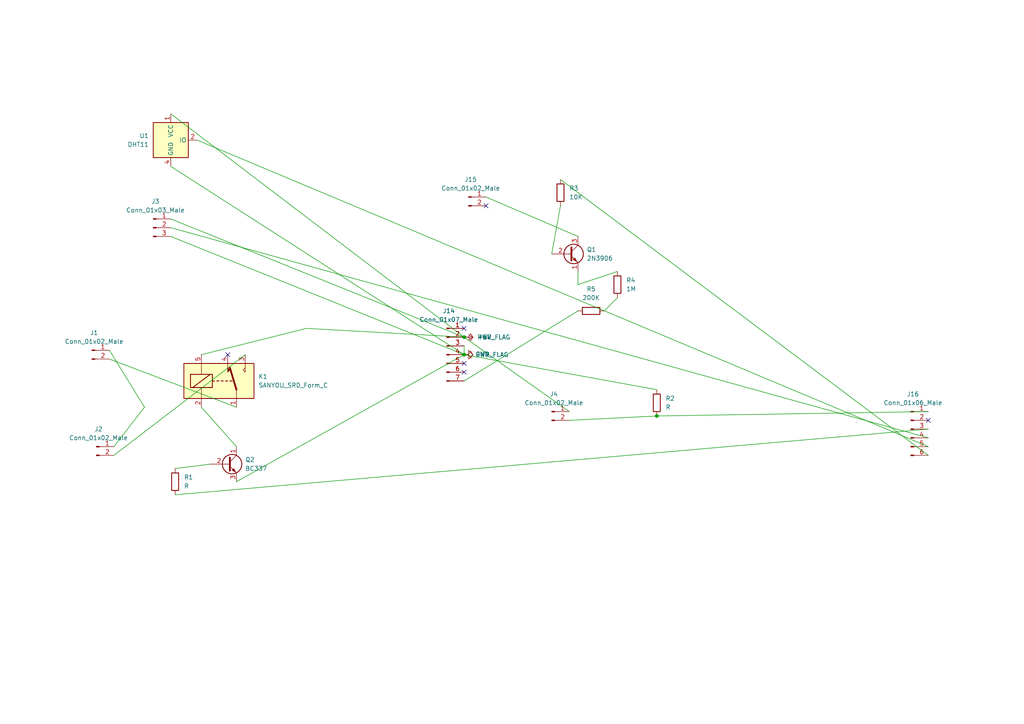
<source format=kicad_sch>
(kicad_sch (version 20211123) (generator eeschema)
  (paper "A4")
  (lib_symbols
    (symbol "Connector:Conn_01x02_Male" (pin_names (offset 1.016) hide)
      (property "Reference" "J" (at 0 2.54 0))
      (property "Value" "Conn_01x02_Male" (at 0 -5.08 0))
      (symbol "Conn_01x02_Male_1_1"
        (polyline (pts (xy 1.27 -2.54) (xy 0.8636 -2.54)) (stroke (width 0.1524)))
        (polyline (pts (xy 1.27 0) (xy 0.8636 0)) (stroke (width 0.1524)))
        (rectangle (start 0.8636 -2.413) (end 0 -2.667) (stroke (width 0.1524)) (fill (type outline)))
        (rectangle (start 0.8636 0.127) (end 0 -0.127) (stroke (width 0.1524)) (fill (type outline)))
        (pin passive line (at 5.08 0 180) (length 3.81) (name "Pin_1") (number "1"))
        (pin passive line (at 5.08 -2.54 180) (length 3.81) (name "Pin_2") (number "2"))
      )
    )
    (symbol "Connector:Conn_01x03_Male" (pin_names (offset 1.016) hide)
      (property "Reference" "J" (at 0 5.08 0))
      (property "Value" "Conn_01x03_Male" (at 0 -5.08 0))
      (symbol "Conn_01x03_Male_1_1"
        (polyline (pts (xy 1.27 -2.54) (xy 0.8636 -2.54)) (stroke (width 0.1524)))
        (polyline (pts (xy 1.27 0) (xy 0.8636 0)) (stroke (width 0.1524)))
        (polyline (pts (xy 1.27 2.54) (xy 0.8636 2.54)) (stroke (width 0.1524)))
        (rectangle (start 0.8636 -2.413) (end 0 -2.667) (stroke (width 0.1524)) (fill (type outline)))
        (rectangle (start 0.8636 0.127) (end 0 -0.127) (stroke (width 0.1524)) (fill (type outline)))
        (rectangle (start 0.8636 2.667) (end 0 2.413) (stroke (width 0.1524)) (fill (type outline)))
        (pin passive line (at 5.08 2.54 180) (length 3.81) (name "Pin_1") (number "1"))
        (pin passive line (at 5.08 0 180) (length 3.81) (name "Pin_2") (number "2"))
        (pin passive line (at 5.08 -2.54 180) (length 3.81) (name "Pin_3") (number "3"))
      )
    )
    (symbol "Connector:Conn_01x06_Male" (pin_names (offset 1.016) hide)
      (property "Reference" "J" (at 0 7.62 0))
      (property "Value" "Conn_01x06_Male" (at 0 -10.16 0))
      (symbol "Conn_01x06_Male_1_1"
        (polyline (pts (xy 1.27 -7.62) (xy 0.8636 -7.62)) (stroke (width 0.1524)))
        (polyline (pts (xy 1.27 -5.08) (xy 0.8636 -5.08)) (stroke (width 0.1524)))
        (polyline (pts (xy 1.27 -2.54) (xy 0.8636 -2.54)) (stroke (width 0.1524)))
        (polyline (pts (xy 1.27 0) (xy 0.8636 0)) (stroke (width 0.1524)))
        (polyline (pts (xy 1.27 2.54) (xy 0.8636 2.54)) (stroke (width 0.1524)))
        (polyline (pts (xy 1.27 5.08) (xy 0.8636 5.08)) (stroke (width 0.1524)))
        (rectangle (start 0.8636 -7.493) (end 0 -7.747) (stroke (width 0.1524)) (fill (type outline)))
        (rectangle (start 0.8636 -4.953) (end 0 -5.207) (stroke (width 0.1524)) (fill (type outline)))
        (rectangle (start 0.8636 -2.413) (end 0 -2.667) (stroke (width 0.1524)) (fill (type outline)))
        (rectangle (start 0.8636 0.127) (end 0 -0.127) (stroke (width 0.1524)) (fill (type outline)))
        (rectangle (start 0.8636 2.667) (end 0 2.413) (stroke (width 0.1524)) (fill (type outline)))
        (rectangle (start 0.8636 5.207) (end 0 4.953) (stroke (width 0.1524)) (fill (type outline)))
        (pin passive line (at 5.08 5.08 180) (length 3.81) (name "Pin_1") (number "1"))
        (pin passive line (at 5.08 2.54 180) (length 3.81) (name "Pin_2") (number "2"))
        (pin passive line (at 5.08 0 180) (length 3.81) (name "Pin_3") (number "3"))
        (pin passive line (at 5.08 -2.54 180) (length 3.81) (name "Pin_4") (number "4"))
        (pin passive line (at 5.08 -5.08 180) (length 3.81) (name "Pin_5") (number "5"))
        (pin passive line (at 5.08 -7.62 180) (length 3.81) (name "Pin_6") (number "6"))
      )
    )
    (symbol "Connector:Conn_01x07_Male" (pin_names (offset 1.016) hide)
      (property "Reference" "J" (at 0 10.16 0))
      (property "Value" "Conn_01x07_Male" (at 0 -10.16 0))
      (symbol "Conn_01x07_Male_1_1"
        (polyline (pts (xy 1.27 -7.62) (xy 0.8636 -7.62)) (stroke (width 0.1524)))
        (polyline (pts (xy 1.27 -5.08) (xy 0.8636 -5.08)) (stroke (width 0.1524)))
        (polyline (pts (xy 1.27 -2.54) (xy 0.8636 -2.54)) (stroke (width 0.1524)))
        (polyline (pts (xy 1.27 0) (xy 0.8636 0)) (stroke (width 0.1524)))
        (polyline (pts (xy 1.27 2.54) (xy 0.8636 2.54)) (stroke (width 0.1524)))
        (polyline (pts (xy 1.27 5.08) (xy 0.8636 5.08)) (stroke (width 0.1524)))
        (polyline (pts (xy 1.27 7.62) (xy 0.8636 7.62)) (stroke (width 0.1524)))
        (rectangle (start 0.8636 -7.493) (end 0 -7.747) (stroke (width 0.1524)) (fill (type outline)))
        (rectangle (start 0.8636 -4.953) (end 0 -5.207) (stroke (width 0.1524)) (fill (type outline)))
        (rectangle (start 0.8636 -2.413) (end 0 -2.667) (stroke (width 0.1524)) (fill (type outline)))
        (rectangle (start 0.8636 0.127) (end 0 -0.127) (stroke (width 0.1524)) (fill (type outline)))
        (rectangle (start 0.8636 2.667) (end 0 2.413) (stroke (width 0.1524)) (fill (type outline)))
        (rectangle (start 0.8636 5.207) (end 0 4.953) (stroke (width 0.1524)) (fill (type outline)))
        (rectangle (start 0.8636 7.747) (end 0 7.493) (stroke (width 0.1524)) (fill (type outline)))
        (pin passive line (at 5.08 7.62 180) (length 3.81) (name "Pin_1") (number "1"))
        (pin passive line (at 5.08 5.08 180) (length 3.81) (name "Pin_2") (number "2"))
        (pin passive line (at 5.08 2.54 180) (length 3.81) (name "Pin_3") (number "3"))
        (pin passive line (at 5.08 0 180) (length 3.81) (name "Pin_4") (number "4"))
        (pin passive line (at 5.08 -2.54 180) (length 3.81) (name "Pin_5") (number "5"))
        (pin passive line (at 5.08 -5.08 180) (length 3.81) (name "Pin_6") (number "6"))
        (pin passive line (at 5.08 -7.62 180) (length 3.81) (name "Pin_7") (number "7"))
      )
    )
    (symbol "Device:R" (pin_numbers hide) (pin_names (offset 0))
      (property "Reference" "R" (at 2.032 0 90))
      (property "Value" "R" (at 0 0 90))
      (symbol "R_0_1"
        (rectangle (start -1.016 -2.54) (end 1.016 2.54) (stroke (width 0.254)))
      )
      (symbol "R_1_1"
        (pin passive line (at 0 3.81 270) (length 1.27) (name "~") (number "1"))
        (pin passive line (at 0 -3.81 90) (length 1.27) (name "~") (number "2"))
      )
    )
    (symbol "Relay:SANYOU_SRD_Form_C"
      (property "Reference" "K" (at 11.43 3.81 0))
      (property "Value" "SANYOU_SRD_Form_C" (at 11.43 1.27 0))
      (symbol "SANYOU_SRD_Form_C_0_0"
        (polyline (pts (xy 7.62 5.08) (xy 7.62 2.54) (xy 6.985 3.175) (xy 7.62 3.81)))
      )
      (symbol "SANYOU_SRD_Form_C_0_1"
        (rectangle (start -10.16 5.08) (end 10.16 -5.08) (stroke (width 0.254)) (fill (type background)))
        (rectangle (start -8.255 1.905) (end -1.905 -1.905) (stroke (width 0.254)))
        (polyline (pts (xy -7.62 -1.905) (xy -2.54 1.905)) (stroke (width 0.254)))
        (polyline (pts (xy -5.08 -5.08) (xy -5.08 -1.905)))
        (polyline (pts (xy -5.08 5.08) (xy -5.08 1.905)))
        (polyline (pts (xy -1.905 0) (xy -1.27 0)) (stroke (width 0.254)))
        (polyline (pts (xy -0.635 0) (xy 0 0)) (stroke (width 0.254)))
        (polyline (pts (xy 0.635 0) (xy 1.27 0)) (stroke (width 0.254)))
        (polyline (pts (xy 1.905 0) (xy 2.54 0)) (stroke (width 0.254)))
        (polyline (pts (xy 3.175 0) (xy 3.81 0)) (stroke (width 0.254)))
        (polyline (pts (xy 5.08 -2.54) (xy 3.175 3.81)) (stroke (width 0.508)))
        (polyline (pts (xy 5.08 -2.54) (xy 5.08 -5.08)))
      )
      (symbol "SANYOU_SRD_Form_C_1_1"
        (polyline (pts (xy 2.54 3.81) (xy 3.175 3.175) (xy 2.54 2.54) (xy 2.54 5.08)) (fill (type outline)))
        (pin passive line (at 5.08 -7.62 90) (length 2.54) (name "~") (number "1"))
        (pin passive line (at -5.08 -7.62 90) (length 2.54) (name "~") (number "2"))
        (pin passive line (at 7.62 7.62 270) (length 2.54) (name "~") (number "3"))
        (pin passive line (at 2.54 7.62 270) (length 2.54) (name "~") (number "4"))
        (pin passive line (at -5.08 7.62 270) (length 2.54) (name "~") (number "5"))
      )
    )
    (symbol "Sensor:DHT11"
      (property "Reference" "U" (at -3.81 6.35 0))
      (property "Value" "DHT11" (at 3.81 6.35 0))
      (symbol "DHT11_0_1"
        (rectangle (start -5.08 5.08) (end 5.08 -5.08) (stroke (width 0.254)) (fill (type background)))
      )
      (symbol "DHT11_1_1"
        (pin power_in line (at 0 7.62 270) (length 2.54) (name "VCC") (number "1"))
        (pin bidirectional line (at 7.62 0 180) (length 2.54) (name "IO") (number "2"))
        (pin no_connect line (at -5.08 0 0) (length 2.54) hide (name "NC") (number "3"))
        (pin power_in line (at 0 -7.62 90) (length 2.54) (name "GND") (number "4"))
      )
    )
    (symbol "Transistor_BJT:BC337" (pin_names (offset 0) hide)
      (property "Reference" "Q" (at 5.08 1.905 0))
      (property "Value" "BC337" (at 5.08 0 0))
      (symbol "BC337_0_1"
        (polyline (pts (xy 0 0) (xy 0.635 0)))
        (polyline (pts (xy 0.635 0.635) (xy 2.54 2.54)))
        (polyline (pts (xy 0.635 -0.635) (xy 2.54 -2.54) (xy 2.54 -2.54)))
        (polyline (pts (xy 0.635 1.905) (xy 0.635 -1.905) (xy 0.635 -1.905)) (stroke (width 0.508)))
        (polyline (pts (xy 1.27 -1.778) (xy 1.778 -1.27) (xy 2.286 -2.286) (xy 1.27 -1.778) (xy 1.27 -1.778)) (fill (type outline)))
        (circle (center 1.27 0) (radius 2.8194) (stroke (width 0.254)))
      )
      (symbol "BC337_1_1"
        (pin passive line (at 2.54 5.08 270) (length 2.54) (name "C") (number "1"))
        (pin input line (at -5.08 0 0) (length 5.08) (name "B") (number "2"))
        (pin passive line (at 2.54 -5.08 90) (length 2.54) (name "E") (number "3"))
      )
    )
    (symbol "Transistor_BJT:PN2222A" (pin_names (offset 0) hide)
      (property "Reference" "Q" (at 5.08 1.905 0))
      (property "Value" "PN2222A" (at 5.08 0 0))
      (symbol "PN2222A_0_1"
        (polyline (pts (xy 0 0) (xy 0.635 0)))
        (polyline (pts (xy 2.54 -2.54) (xy 0.635 -0.635)))
        (polyline (pts (xy 2.54 2.54) (xy 0.635 0.635)))
        (polyline (pts (xy 0.635 1.905) (xy 0.635 -1.905) (xy 0.635 -1.905)) (stroke (width 0.508)))
        (polyline (pts (xy 2.413 -2.413) (xy 1.905 -1.905) (xy 1.905 -1.905)))
        (polyline (pts (xy 1.143 -1.651) (xy 1.651 -1.143) (xy 2.159 -2.159) (xy 1.143 -1.651) (xy 1.143 -1.651)) (fill (type outline)))
        (circle (center 1.27 0) (radius 2.8194) (stroke (width 0.254)))
      )
      (symbol "PN2222A_1_1"
        (pin passive line (at 2.54 -5.08 90) (length 2.54) (name "E") (number "1"))
        (pin input line (at -5.08 0 0) (length 5.08) (name "B") (number "2"))
        (pin passive line (at 2.54 5.08 270) (length 2.54) (name "C") (number "3"))
      )
    )
    (symbol "power:+5V" (power) (pin_names (offset 0))
      (property "Value" "+5V" (at 0 3.556 0))
      (symbol "+5V_0_1"
        (polyline (pts (xy -0.762 1.27) (xy 0 2.54)))
        (polyline (pts (xy 0 0) (xy 0 2.54)))
        (polyline (pts (xy 0 2.54) (xy 0.762 1.27)))
      )
      (symbol "+5V_1_1"
        (pin power_in line (at 0 0 90) (length 0) hide (name "+5V") (number "1"))
      )
    )
    (symbol "power:GND" (power) (pin_names (offset 0))
      (property "Value" "GND" (at 0 -3.81 0))
      (symbol "GND_0_1"
        (polyline (pts (xy 0 0) (xy 0 -1.27) (xy 1.27 -1.27) (xy 0 -2.54) (xy -1.27 -1.27) (xy 0 -1.27)))
      )
      (symbol "GND_1_1"
        (pin power_in line (at 0 0 270) (length 0) hide (name "GND") (number "1"))
      )
    )
    (symbol "power:PWR_FLAG" (power) (pin_numbers hide) (pin_names (offset 0) hide)
      (property "Value" "PWR_FLAG" (at 0 3.81 0))
      (symbol "PWR_FLAG_0_0"
        (pin power_out line (at 0 0 90) (length 0) (name "pwr") (number "1"))
      )
      (symbol "PWR_FLAG_0_1"
        (polyline (pts (xy 0 0) (xy 0 1.27) (xy -1.016 1.905) (xy 0 2.54) (xy 1.016 1.905) (xy 0 1.27)))
      )
    )
  )
  (junction (at 190.5 120.65))
  (junction (at 134.62 102.87))
  (junction (at 134.62 97.79))
  (no_connect (at 140.97 59.69))
  (no_connect (at 134.62 95.25))
  (no_connect (at 269.24 121.92))
  (no_connect (at 134.62 107.95))
  (no_connect (at 134.62 105.41))
  (no_connect (at 66.04 102.87))
  (wire (pts (xy 50.8 143.51) (xy 269.24 124.46)))
  (wire (pts (xy 31.75 101.6) (xy 41.91 118.11)))
  (wire (pts (xy 269.24 129.54) (xy 57.15 40.64)))
  (wire (pts (xy 134.62 102.87) (xy 49.53 68.58)))
  (wire (pts (xy 160.02 73.66) (xy 162.56 59.69)))
  (wire (pts (xy 167.64 82.55) (xy 179.07 78.74)))
  (wire (pts (xy 179.07 86.36) (xy 175.26 90.17)))
  (wire (pts (xy 165.1 119.38) (xy 134.62 97.79)))
  (wire (pts (xy 190.5 120.65) (xy 165.1 121.92)))
  (wire (pts (xy 134.62 97.79) (xy 49.53 33.02)))
  (wire (pts (xy 68.58 139.7) (xy 134.62 102.87)))
  (wire (pts (xy 190.5 120.65) (xy 269.24 119.38)))
  (wire (pts (xy 167.64 90.17) (xy 134.62 110.49)))
  (wire (pts (xy 88.9 95.25) (xy 134.62 97.79)))
  (wire (pts (xy 58.42 102.87) (xy 88.9 95.25)))
  (wire (pts (xy 167.64 78.74) (xy 167.64 82.55)))
  (wire (pts (xy 71.12 102.87) (xy 33.02 132.08)))
  (wire (pts (xy 31.75 104.14) (xy 68.58 118.11)))
  (wire (pts (xy 162.56 52.07) (xy 269.24 132.08)))
  (wire (pts (xy 60.96 134.62) (xy 50.8 135.89)))
  (wire (pts (xy 269.24 127) (xy 49.53 66.04)))
  (wire (pts (xy 134.62 100.33) (xy 134.62 102.87)))
  (wire (pts (xy 58.42 118.11) (xy 68.58 129.54)))
  (wire (pts (xy 140.97 57.15) (xy 167.64 68.58)))
  (wire (pts (xy 41.91 118.11) (xy 33.02 129.54)))
  (wire (pts (xy 134.62 102.87) (xy 49.53 48.26)))
  (wire (pts (xy 134.62 97.79) (xy 49.53 63.5)))
  (wire (pts (xy 190.5 113.03) (xy 134.62 102.87)))
  (symbol (lib_id "power:PWR_FLAG") (at 134.62 102.87 270) (unit 1)
    (property "Reference" "#FLG02" (effects hide))
    (property "Value" "PWR_FLAG" (at 137.8712 102.87 90) (effects (justify left)))
  )
  (symbol (lib_id "power:GND") (at 134.62 102.87 90) (unit 1)
    (property "Reference" "#PWR02" (effects hide))
    (property "Value" "GND" (at 137.8712 102.743 90) (effects (justify right)))
  )
  (symbol (lib_id "Connector:Conn_01x06_Male") (at 264.16 124.46 0) (unit 1)
    (property "Reference" "J16" (at 264.795 114.3 0))
    (property "Value" "Conn_01x06_Male" (at 264.795 116.84 0))
    (property "Footprint" "Connector_PinHeader_2.54mm:PinHeader_1x06_P2.54mm_Vertical" (effects hide))
  )
  (symbol (lib_id "Device:R") (at 50.8 139.7 0) (unit 1)
    (property "Reference" "R1" (at 53.34 138.4299 0) (effects (justify left)))
    (property "Value" "R" (at 53.34 140.9699 0) (effects (justify left)))
    (property "Footprint" "Resistor_THT:R_Axial_DIN0309_L9.0mm_D3.2mm_P12.70mm_Horizontal" (effects hide))
  )
  (symbol (lib_id "Device:R") (at 179.07 82.55 0) (unit 1)
    (property "Reference" "R4" (at 181.61 81.2799 0) (effects (justify left)))
    (property "Value" "1M" (at 181.61 83.8199 0) (effects (justify left)))
    (property "Footprint" "Resistor_THT:R_Axial_DIN0309_L9.0mm_D3.2mm_P12.70mm_Horizontal" (effects hide))
  )
  (symbol (lib_id "Device:R") (at 171.45 90.17 90) (unit 1)
    (property "Reference" "R5" (at 171.45 83.82 90))
    (property "Value" "200K" (at 171.45 86.36 90))
    (property "Footprint" "Resistor_THT:R_Axial_DIN0309_L9.0mm_D3.2mm_P12.70mm_Horizontal" (effects hide))
  )
  (symbol (lib_id "Connector:Conn_01x02_Male") (at 160.02 119.38 0) (unit 1)
    (property "Reference" "J4" (at 160.655 114.3 0))
    (property "Value" "Conn_01x02_Male" (at 160.655 116.84 0))
    (property "Footprint" "Connector_PinHeader_2.54mm:PinHeader_1x02_P2.54mm_Vertical" (effects hide))
  )
  (symbol (lib_id "Transistor_BJT:PN2222A") (at 165.1 73.66 0) (unit 1)
    (property "Reference" "Q1" (at 170.18 72.3899 0) (effects (justify left)))
    (property "Value" "2N3906" (at 170.18 74.9299 0) (effects (justify left)))
    (property "Footprint" "Package_TO_SOT_THT:TO-92_HandSolder" (effects hide))
    (property "Datasheet" "https://www.onsemi.com/pub/Collateral/PN2222-D.PDF" (effects hide))
  )
  (symbol (lib_id "Sensor:DHT11") (at 49.53 40.64 0) (unit 1)
    (property "Reference" "U1" (at 43.18 39.3699 0) (effects (justify right)))
    (property "Value" "DHT11" (at 43.18 41.9099 0) (effects (justify right)))
    (property "Footprint" "Sensor:Aosong_DHT11_5.5x12.0_P2.54mm" (effects hide))
    (property "Datasheet" "http://akizukidenshi.com/download/ds/aosong/DHT11.pdf" (effects hide))
  )
  (symbol (lib_id "Device:R") (at 190.5 116.84 0) (unit 1)
    (property "Reference" "R2" (at 193.04 115.5699 0) (effects (justify left)))
    (property "Value" "R" (at 193.04 118.1099 0) (effects (justify left)))
    (property "Footprint" "Resistor_THT:R_Axial_DIN0309_L9.0mm_D3.2mm_P12.70mm_Horizontal" (effects hide))
  )
  (symbol (lib_id "Connector:Conn_01x07_Male") (at 129.54 102.87 0) (unit 1)
    (property "Reference" "J14" (at 130.175 90.17 0))
    (property "Value" "Conn_01x07_Male" (at 130.175 92.71 0))
    (property "Footprint" "Connector_PinHeader_2.54mm:PinHeader_1x07_P2.54mm_Vertical" (effects hide))
  )
  (symbol (lib_id "Connector:Conn_01x03_Male") (at 44.45 66.04 0) (unit 1)
    (property "Reference" "J3" (at 45.085 58.42 0))
    (property "Value" "Conn_01x03_Male" (at 45.085 60.96 0))
    (property "Footprint" "TerminalBlock_Phoenix:TerminalBlock_Phoenix_MKDS-1,5-3-5.08_1x03_P5.08mm_Horizontal" (effects hide))
  )
  (symbol (lib_id "Device:R") (at 162.56 55.88 0) (unit 1)
    (property "Reference" "R3" (at 165.1 54.6099 0) (effects (justify left)))
    (property "Value" "10K" (at 165.1 57.1499 0) (effects (justify left)))
    (property "Footprint" "Resistor_THT:R_Axial_DIN0309_L9.0mm_D3.2mm_P12.70mm_Horizontal" (effects hide))
  )
  (symbol (lib_id "Relay:SANYOU_SRD_Form_C") (at 63.5 110.49 0) (unit 1)
    (property "Reference" "K1" (at 74.93 109.2199 0) (effects (justify left)))
    (property "Value" "SANYOU_SRD_Form_C" (at 74.93 111.7599 0) (effects (justify left)))
    (property "Footprint" "Relay_THT:Relay_SPDT_SANYOU_SRD_Series_Form_C" (effects hide))
    (property "Datasheet" "http://www.sanyourelay.ca/public/products/pdf/SRD.pdf" (effects hide))
  )
  (symbol (lib_id "Connector:Conn_01x02_Male") (at 135.89 57.15 0) (unit 1)
    (property "Reference" "J15" (at 136.525 52.07 0))
    (property "Value" "Conn_01x02_Male" (at 136.525 54.61 0))
    (property "Footprint" "TerminalBlock_Phoenix:TerminalBlock_Phoenix_MKDS-1,5-2-5.08_1x02_P5.08mm_Horizontal" (effects hide))
  )
  (symbol (lib_id "power:+5V") (at 134.62 97.79 270) (unit 1)
    (property "Reference" "#PWR0101" (effects hide))
    (property "Value" "+5V" (at 138.43 97.7899 90) (effects (justify left)))
  )
  (symbol (lib_id "Transistor_BJT:BC337") (at 66.04 134.62 0) (unit 1)
    (property "Reference" "Q2" (at 71.12 133.3499 0) (effects (justify left)))
    (property "Value" "BC337" (at 71.12 135.8899 0) (effects (justify left)))
    (property "Footprint" "Package_TO_SOT_THT:TO-92_HandSolder" (effects hide))
    (property "Datasheet" "https://diotec.com/tl_files/diotec/files/pdf/datasheets/bc337.pdf" (effects hide))
  )
  (symbol (lib_id "power:PWR_FLAG") (at 134.62 97.79 270) (unit 1)
    (property "Reference" "#FLG0101" (effects hide))
    (property "Value" "PWR_FLAG" (at 138.43 97.7899 90) (effects (justify left)))
  )
  (symbol (lib_id "Connector:Conn_01x02_Male") (at 27.94 129.54 0) (unit 1)
    (property "Reference" "J2" (at 28.575 124.46 0))
    (property "Value" "Conn_01x02_Male" (at 28.575 127 0))
    (property "Footprint" "TerminalBlock_Phoenix:TerminalBlock_Phoenix_MKDS-1,5-2-5.08_1x02_P5.08mm_Horizontal" (effects hide))
  )
  (symbol (lib_id "Connector:Conn_01x02_Male") (at 26.67 101.6 0) (unit 1)
    (property "Reference" "J1" (at 27.305 96.52 0))
    (property "Value" "Conn_01x02_Male" (at 27.305 99.06 0))
    (property "Footprint" "TerminalBlock_Phoenix:TerminalBlock_Phoenix_MKDS-1,5-2-5.08_1x02_P5.08mm_Horizontal" (effects hide))
  )
)
</source>
